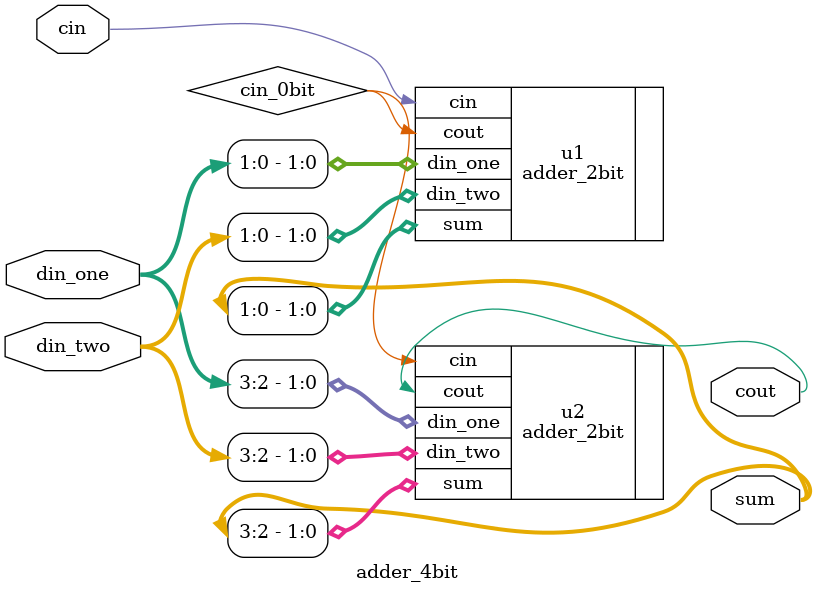
<source format=v>
module adder_4bit (
    input [3:0] din_one,
    input [3:0] din_two,
    input cin,
    output [3:0] sum,
    output cout
);
 
wire cin_0bit;

adder_2bit u1(
    .din_one(din_one[1:0]),
    .din_two(din_two[1:0]),
    .cin(cin),
    .sum(sum[1:0]),
    .cout(cin_0bit)
);

adder_2bit u2(
    .din_one(din_one[3:2]),
    .din_two(din_two[3:2]),
    .cin(cin_0bit),
    .sum(sum[3:2]),
    .cout(cout)
);
 
endmodule //full_adder
</source>
